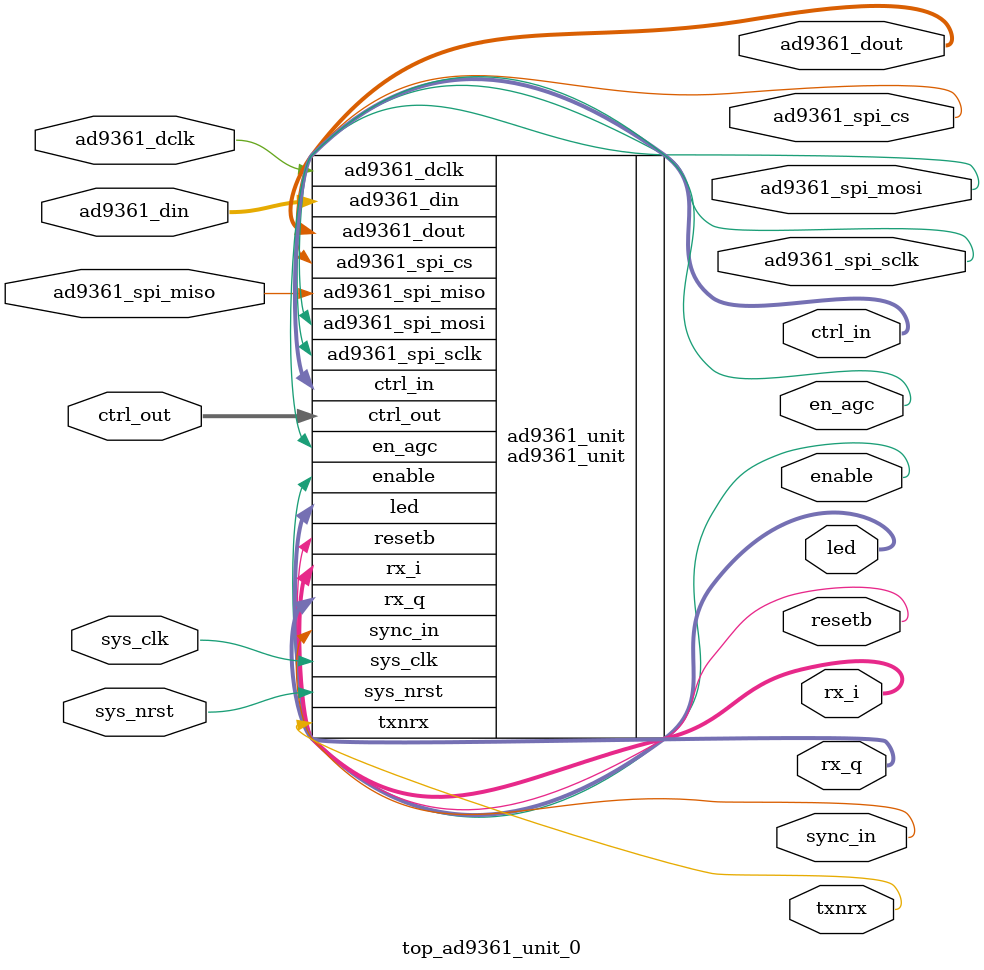
<source format=v>
module top_ad9361_unit_0 
(
    input             sys_clk ,
    input             sys_nrst ,
    output            ad9361_spi_cs ,
    output            ad9361_spi_sclk ,
    output            ad9361_spi_mosi ,
    input             ad9361_spi_miso ,
    output            en_agc ,
    output            enable ,
    output            resetb ,
    output            txnrx ,
    output            sync_in ,
    output      [3:0] ctrl_in ,
    input       [7:0] ctrl_out ,
    input             ad9361_dclk ,
    input      [13:0] ad9361_din ,
    output     [13:0] ad9361_dout ,
    output      [6:0] led ,
    output     [15:0] rx_q ,
    output     [15:0] rx_i
) ;

    ad9361_unit ad9361_unit (
        .sys_clk(sys_clk) ,
        .sys_nrst(sys_nrst) ,
        .ad9361_spi_cs(ad9361_spi_cs) ,
        .ad9361_spi_sclk(ad9361_spi_sclk) ,
        .ad9361_spi_mosi(ad9361_spi_mosi) ,
        .ad9361_spi_miso(ad9361_spi_miso) ,
        .en_agc(en_agc) ,
        .enable(enable) ,
        .resetb(resetb) ,
        .txnrx(txnrx) ,
        .sync_in(sync_in) ,
        .ctrl_in(ctrl_in) ,
        .ctrl_out(ctrl_out) ,
        .ad9361_dclk(ad9361_dclk) ,
        .ad9361_din(ad9361_din) ,
        .ad9361_dout(ad9361_dout) ,
        .led(led) ,
        .rx_q(rx_q) ,
        .rx_i(rx_i)
    );


endmodule

</source>
